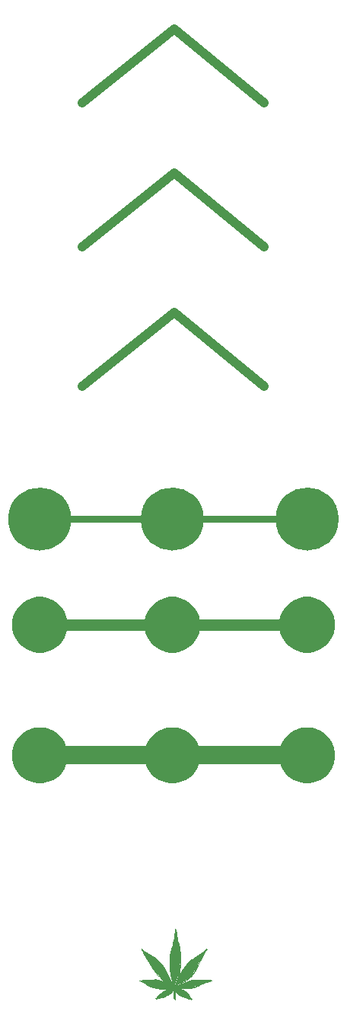
<source format=gbr>
G04 #@! TF.GenerationSoftware,KiCad,Pcbnew,(5.1.5-0)*
G04 #@! TF.CreationDate,2021-01-20T20:47:42-08:00*
G04 #@! TF.ProjectId,triad,74726961-642e-46b6-9963-61645f706362,rev?*
G04 #@! TF.SameCoordinates,Original*
G04 #@! TF.FileFunction,Soldermask,Top*
G04 #@! TF.FilePolarity,Negative*
%FSLAX46Y46*%
G04 Gerber Fmt 4.6, Leading zero omitted, Abs format (unit mm)*
G04 Created by KiCad (PCBNEW (5.1.5-0)) date 2021-01-20 20:47:42*
%MOMM*%
%LPD*%
G04 APERTURE LIST*
%ADD10C,1.000000*%
%ADD11C,0.750000*%
%ADD12C,1.250000*%
%ADD13C,2.000000*%
%ADD14C,0.100000*%
%ADD15C,0.000002*%
%ADD16C,0.001000*%
G04 APERTURE END LIST*
D10*
X20000000Y-48500000D02*
X30000000Y-56750000D01*
X9750000Y-56750000D02*
X20000000Y-48500000D01*
X20000000Y-33000000D02*
X30000000Y-41250000D01*
X9750000Y-41250000D02*
X20000000Y-33000000D01*
X20000000Y-17000000D02*
X30000000Y-25250000D01*
X9750000Y-25250000D02*
X20000000Y-17000000D01*
X22750000Y-71500000D02*
G75*
G03X22750000Y-71500000I-3000000J0D01*
G01*
X8000000Y-71500000D02*
G75*
G03X8000000Y-71500000I-3000000J0D01*
G01*
X37750000Y-71500000D02*
G75*
G03X37750000Y-71500000I-3000000J0D01*
G01*
D11*
X35000000Y-71500000D02*
X5000000Y-71500000D01*
D12*
X34750000Y-83250000D02*
X4750000Y-83250000D01*
D13*
X35000000Y-97750000D02*
X5000000Y-97750000D01*
D14*
G36*
X20660400Y-123747650D02*
G01*
X21212850Y-124027050D01*
X21539875Y-124354075D01*
X21674813Y-124584263D01*
X21906588Y-124854138D01*
X21600200Y-124770000D01*
X21346200Y-124693800D01*
X21168400Y-124630300D01*
X20793750Y-124496950D01*
X20434975Y-124303275D01*
X20174625Y-124017525D01*
X20050800Y-123855600D01*
X20114300Y-123893700D01*
X20088900Y-123830200D01*
X20152400Y-123658750D01*
X20660400Y-123747650D01*
G37*
X20660400Y-123747650D02*
X21212850Y-124027050D01*
X21539875Y-124354075D01*
X21674813Y-124584263D01*
X21906588Y-124854138D01*
X21600200Y-124770000D01*
X21346200Y-124693800D01*
X21168400Y-124630300D01*
X20793750Y-124496950D01*
X20434975Y-124303275D01*
X20174625Y-124017525D01*
X20050800Y-123855600D01*
X20114300Y-123893700D01*
X20088900Y-123830200D01*
X20152400Y-123658750D01*
X20660400Y-123747650D01*
G36*
X19866650Y-123766700D02*
G01*
X19498350Y-124198500D01*
X19060200Y-124471550D01*
X18679200Y-124611250D01*
X17929900Y-124776350D01*
X18412500Y-124249300D01*
X18806200Y-123982600D01*
X19174500Y-123779400D01*
X19644400Y-123703200D01*
X19669800Y-123703200D01*
X19866650Y-123766700D01*
G37*
X19866650Y-123766700D02*
X19498350Y-124198500D01*
X19060200Y-124471550D01*
X18679200Y-124611250D01*
X17929900Y-124776350D01*
X18412500Y-124249300D01*
X18806200Y-123982600D01*
X19174500Y-123779400D01*
X19644400Y-123703200D01*
X19669800Y-123703200D01*
X19866650Y-123766700D01*
G36*
X23073400Y-122738000D02*
G01*
X23505200Y-122763400D01*
X24083207Y-122773943D01*
X23403600Y-122928500D01*
X22971800Y-123119000D01*
X22628900Y-123334900D01*
X22209800Y-123500000D01*
X21676400Y-123588900D01*
X21231900Y-123614300D01*
X20654050Y-123595250D01*
X20076200Y-123576200D01*
X20012700Y-123500000D01*
X20228600Y-123436500D01*
X20235585Y-123385700D01*
X20551815Y-123258700D01*
X21085850Y-123030100D01*
X21638300Y-122826900D01*
X22032000Y-122712600D01*
X22476500Y-122712600D01*
X23073400Y-122738000D01*
G37*
X23073400Y-122738000D02*
X23505200Y-122763400D01*
X24083207Y-122773943D01*
X23403600Y-122928500D01*
X22971800Y-123119000D01*
X22628900Y-123334900D01*
X22209800Y-123500000D01*
X21676400Y-123588900D01*
X21231900Y-123614300D01*
X20654050Y-123595250D01*
X20076200Y-123576200D01*
X20012700Y-123500000D01*
X20228600Y-123436500D01*
X20235585Y-123385700D01*
X20551815Y-123258700D01*
X21085850Y-123030100D01*
X21638300Y-122826900D01*
X22032000Y-122712600D01*
X22476500Y-122712600D01*
X23073400Y-122738000D01*
G36*
X23060700Y-120083700D02*
G01*
X22819400Y-120579000D01*
X22616200Y-121036200D01*
X22355850Y-121556900D01*
X22082800Y-121912500D01*
X21771650Y-122325250D01*
X21301750Y-122718950D01*
X20800100Y-123055500D01*
X19695200Y-123652400D01*
X19720600Y-123322200D01*
X20025400Y-123271400D01*
X20273050Y-122833250D01*
X20488950Y-122369700D01*
X20654050Y-122039500D01*
X20838200Y-121747400D01*
X21003300Y-121429900D01*
X21282700Y-121074300D01*
X21562100Y-120756800D01*
X21892300Y-120464700D01*
X22235200Y-120236100D01*
X22616200Y-119982100D01*
X23009900Y-119715400D01*
X23543300Y-119321700D01*
X23060700Y-120083700D01*
G37*
X23060700Y-120083700D02*
X22819400Y-120579000D01*
X22616200Y-121036200D01*
X22355850Y-121556900D01*
X22082800Y-121912500D01*
X21771650Y-122325250D01*
X21301750Y-122718950D01*
X20800100Y-123055500D01*
X19695200Y-123652400D01*
X19720600Y-123322200D01*
X20025400Y-123271400D01*
X20273050Y-122833250D01*
X20488950Y-122369700D01*
X20654050Y-122039500D01*
X20838200Y-121747400D01*
X21003300Y-121429900D01*
X21282700Y-121074300D01*
X21562100Y-120756800D01*
X21892300Y-120464700D01*
X22235200Y-120236100D01*
X22616200Y-119982100D01*
X23009900Y-119715400D01*
X23543300Y-119321700D01*
X23060700Y-120083700D01*
G36*
X20215900Y-117950100D02*
G01*
X20317500Y-118432700D01*
X20431800Y-118889900D01*
X20514350Y-119220100D01*
X20577850Y-119601100D01*
X20622300Y-120121800D01*
X20622300Y-120655200D01*
X20571500Y-121239400D01*
X20508000Y-121760100D01*
X20365125Y-122255400D01*
X20066675Y-123271400D01*
X19853950Y-123220600D01*
X19619000Y-122306200D01*
X19445962Y-121442600D01*
X19461837Y-120655200D01*
X19514225Y-119994800D01*
X19676150Y-119220100D01*
X19911100Y-118407300D01*
X20038100Y-117632600D01*
X20101600Y-117111900D01*
X20215900Y-117950100D01*
G37*
X20215900Y-117950100D02*
X20317500Y-118432700D01*
X20431800Y-118889900D01*
X20514350Y-119220100D01*
X20577850Y-119601100D01*
X20622300Y-120121800D01*
X20622300Y-120655200D01*
X20571500Y-121239400D01*
X20508000Y-121760100D01*
X20365125Y-122255400D01*
X20066675Y-123271400D01*
X19853950Y-123220600D01*
X19619000Y-122306200D01*
X19445962Y-121442600D01*
X19461837Y-120655200D01*
X19514225Y-119994800D01*
X19676150Y-119220100D01*
X19911100Y-118407300D01*
X20038100Y-117632600D01*
X20101600Y-117111900D01*
X20215900Y-117950100D01*
G36*
X16596400Y-119524900D02*
G01*
X16913900Y-119766200D01*
X17479050Y-120083700D01*
X18075950Y-120515500D01*
X18450600Y-120896500D01*
X18850650Y-121461650D01*
X19447550Y-122642750D01*
X19746000Y-123207900D01*
X19758700Y-123220600D01*
X19428500Y-123246000D01*
X19326900Y-123195200D01*
X18971300Y-122947550D01*
X18564900Y-122579250D01*
X18234700Y-122230000D01*
X17879100Y-121798200D01*
X17599700Y-121379100D01*
X17409200Y-121125100D01*
X17155200Y-120667900D01*
X16901200Y-120299600D01*
X16659900Y-119880500D01*
X16380500Y-119321700D01*
X16596400Y-119524900D01*
G37*
X16596400Y-119524900D02*
X16913900Y-119766200D01*
X17479050Y-120083700D01*
X18075950Y-120515500D01*
X18450600Y-120896500D01*
X18850650Y-121461650D01*
X19447550Y-122642750D01*
X19746000Y-123207900D01*
X19758700Y-123220600D01*
X19428500Y-123246000D01*
X19326900Y-123195200D01*
X18971300Y-122947550D01*
X18564900Y-122579250D01*
X18234700Y-122230000D01*
X17879100Y-121798200D01*
X17599700Y-121379100D01*
X17409200Y-121125100D01*
X17155200Y-120667900D01*
X16901200Y-120299600D01*
X16659900Y-119880500D01*
X16380500Y-119321700D01*
X16596400Y-119524900D01*
G36*
X18002925Y-122703075D02*
G01*
X18339475Y-122798325D01*
X18603000Y-122890400D01*
X19301500Y-123296800D01*
X19331980Y-123324740D01*
X19339600Y-123309500D01*
X19339600Y-123322200D01*
X19331980Y-123324740D01*
X19250700Y-123487300D01*
X19644400Y-123627000D01*
X19434850Y-123652400D01*
X19041150Y-123677800D01*
X18564900Y-123677800D01*
X18120400Y-123614300D01*
X17637800Y-123500000D01*
X17244100Y-123385700D01*
X16837700Y-123157100D01*
X16520200Y-122928500D01*
X16113800Y-122801500D01*
X16761500Y-122750700D01*
X17294900Y-122712600D01*
X17758450Y-122706250D01*
X18002925Y-122703075D01*
G37*
X18002925Y-122703075D02*
X18339475Y-122798325D01*
X18603000Y-122890400D01*
X19301500Y-123296800D01*
X19331980Y-123324740D01*
X19339600Y-123309500D01*
X19339600Y-123322200D01*
X19331980Y-123324740D01*
X19250700Y-123487300D01*
X19644400Y-123627000D01*
X19434850Y-123652400D01*
X19041150Y-123677800D01*
X18564900Y-123677800D01*
X18120400Y-123614300D01*
X17637800Y-123500000D01*
X17244100Y-123385700D01*
X16837700Y-123157100D01*
X16520200Y-122928500D01*
X16113800Y-122801500D01*
X16761500Y-122750700D01*
X17294900Y-122712600D01*
X17758450Y-122706250D01*
X18002925Y-122703075D01*
G36*
X20000000Y-123284100D02*
G01*
X19788862Y-123477775D01*
X20007937Y-123573025D01*
X20758825Y-124115950D01*
X20577850Y-124211200D01*
X20000000Y-123754000D01*
X20012700Y-124846200D01*
X19898400Y-124706500D01*
X19892050Y-123817500D01*
X19936500Y-123817500D01*
X19555500Y-123601600D01*
X19269750Y-123449200D01*
X19434850Y-123169800D01*
X20000000Y-123284100D01*
G37*
X20000000Y-123284100D02*
X19788862Y-123477775D01*
X20007937Y-123573025D01*
X20758825Y-124115950D01*
X20577850Y-124211200D01*
X20000000Y-123754000D01*
X20012700Y-124846200D01*
X19898400Y-124706500D01*
X19892050Y-123817500D01*
X19936500Y-123817500D01*
X19555500Y-123601600D01*
X19269750Y-123449200D01*
X19434850Y-123169800D01*
X20000000Y-123284100D01*
D15*
X19479586Y-121596968D02*
X19486414Y-121663404D01*
X16060628Y-122785206D02*
G75*
G02X16062745Y-122780474I8833J-1112D01*
G01*
X16062745Y-122780475D02*
G75*
G02X16067170Y-122777659I6961J-6056D01*
G01*
X16067171Y-122777659D02*
G75*
G02X16076272Y-122775641I21302J-74534D01*
G01*
X16119176Y-122769928D02*
X16076272Y-122775641D01*
X16175382Y-122764579D02*
X16119176Y-122769928D01*
X16249523Y-122759059D02*
X16175382Y-122764579D01*
X16350810Y-122752773D02*
X16249523Y-122759059D01*
X16464250Y-122745535D02*
X16350810Y-122752773D01*
X16555159Y-122738329D02*
X16464250Y-122745535D01*
X16635946Y-122730142D02*
X16555159Y-122738329D01*
X16717522Y-122719967D02*
X16635946Y-122730142D01*
X16795588Y-122710763D02*
X16717522Y-122719967D01*
X16894548Y-122701810D02*
X16795588Y-122710763D01*
X17002731Y-122693949D02*
X16894548Y-122701810D01*
X17110022Y-122688039D02*
X17002731Y-122693949D01*
X17158893Y-122685783D02*
X17110022Y-122688039D01*
X17228084Y-122682592D02*
X17158893Y-122685783D01*
X17303746Y-122679104D02*
X17228084Y-122682592D01*
X17375022Y-122675821D02*
X17303746Y-122679104D01*
X17542892Y-122668843D02*
X17375022Y-122675821D01*
X17717753Y-122663052D02*
X17542892Y-122668843D01*
X17891324Y-122658069D02*
X17717753Y-122663052D01*
X17891324Y-122658069D02*
G75*
G02X17900393Y-122660507I462J-16364D01*
G01*
X17903889Y-122661762D02*
G75*
G02X17900393Y-122660507I1209J8867D01*
G01*
X17919388Y-122663775D02*
X17903889Y-122661762D01*
X17937771Y-122665819D02*
X17919388Y-122663775D01*
X17958715Y-122667713D02*
X17937771Y-122665819D01*
X19470054Y-121487481D02*
X19472649Y-121517124D01*
X20612378Y-123647086D02*
X20657522Y-123650622D01*
X20563537Y-123643388D02*
X20612378Y-123647086D01*
X20518194Y-123640058D02*
X20563537Y-123643388D01*
X20485022Y-123637755D02*
X20518194Y-123640058D01*
X20453615Y-123635486D02*
X20485022Y-123637755D01*
X20414584Y-123632326D02*
X20453615Y-123635486D01*
X20374606Y-123628849D02*
X20414584Y-123632326D01*
X20340022Y-123625579D02*
X20374606Y-123628849D01*
X20278512Y-123620402D02*
X20340022Y-123625579D01*
X20226901Y-123618134D02*
X20278512Y-123620402D01*
X18831364Y-121380665D02*
X18702584Y-121173051D01*
X18960123Y-121610277D02*
X18831364Y-121380665D01*
X20263811Y-123644985D02*
X20225611Y-123637712D01*
X20301820Y-123651668D02*
X20263811Y-123644985D01*
X20327522Y-123655429D02*
X20301820Y-123651668D01*
X20327522Y-123655429D02*
G75*
G02X20415850Y-123671576I-96572J-777952D01*
G01*
X20542223Y-123704860D02*
X20415850Y-123671576D01*
X20681550Y-123747366D02*
X20542223Y-123704860D01*
X20815022Y-123794009D02*
X20681550Y-123747366D01*
X20858649Y-123811046D02*
X20815022Y-123794009D01*
X20904637Y-123830487D02*
X20858649Y-123811046D01*
X20952079Y-123851930D02*
X20904637Y-123830487D01*
X21000085Y-123874987D02*
X20952079Y-123851930D01*
X21000085Y-123874988D02*
G75*
G02X21152408Y-123962179I-639105J-1293158D01*
G01*
X19600081Y-122347260D02*
X19602098Y-122357528D01*
X22620021Y-121015299D02*
G75*
G02X22619743Y-121016562I-3003J0D01*
G01*
X22611209Y-121034952D02*
X22619743Y-121016562D01*
X22601523Y-121055632D02*
X22611209Y-121034952D01*
X22590022Y-121079870D02*
X22601523Y-121055632D01*
X22578521Y-121104146D02*
X22590022Y-121079870D01*
X22568834Y-121124951D02*
X22578521Y-121104146D01*
X22560385Y-121143329D02*
X22568834Y-121124951D01*
X22560021Y-121144995D02*
G75*
G02X22560385Y-121143329I3995J0D01*
G01*
X22560021Y-121144995D02*
G75*
G02X22559292Y-121148297I-7840J0D01*
G01*
X22520677Y-121231421D02*
X22559292Y-121148297D01*
X22477758Y-121323339D02*
X22520677Y-121231421D01*
X22427442Y-121430277D02*
X22477758Y-121323339D01*
X22404537Y-121478174D02*
X22427442Y-121430277D01*
X22376801Y-121534980D02*
X22404537Y-121478174D01*
X22347730Y-121593998D02*
X22376801Y-121534980D01*
X22347731Y-121593997D02*
G75*
G02X22345022Y-121597777I-12801J6311D01*
G01*
X22343589Y-121599614D02*
G75*
G02X22345022Y-121597777I8150J-4881D01*
G01*
X22340177Y-121605418D02*
X22343588Y-121599615D01*
X22336238Y-121612435D02*
X22340177Y-121605418D01*
X22332041Y-121620277D02*
X22336238Y-121612435D01*
X22323008Y-121637116D02*
X22332041Y-121620277D01*
X22312309Y-121656309D02*
X22323008Y-121637116D01*
X22301117Y-121675799D02*
X22312309Y-121656309D01*
X22290563Y-121693576D02*
X22301117Y-121675799D01*
X22286359Y-121700601D02*
X22290563Y-121693576D01*
X22279895Y-121711546D02*
X22286359Y-121700601D01*
X22272630Y-121723921D02*
X22279895Y-121711546D01*
X22265538Y-121736076D02*
X22272630Y-121723921D01*
X22265539Y-121736076D02*
G75*
G02X22176513Y-121874537I-1594117J927112D01*
G01*
X22060765Y-122028716D02*
X22176513Y-121874537D01*
X21929379Y-122185115D02*
X22060765Y-122028716D01*
X21792561Y-122330767D02*
X21929379Y-122185115D01*
X21792561Y-122330767D02*
G75*
G02X21512462Y-122588051I-2992746J2977019D01*
G01*
X21202444Y-122826945D02*
X21512462Y-122588051D01*
X20846530Y-123058868D02*
X21202444Y-122826945D01*
X20427522Y-123295384D02*
X20846530Y-123058868D01*
X20407210Y-123306206D02*
X20427522Y-123295384D01*
X20383256Y-123319049D02*
X20407210Y-123306206D01*
X20359541Y-123331825D02*
X20383256Y-123319049D01*
X20340022Y-123342411D02*
X20359541Y-123331825D01*
X20322766Y-123351769D02*
X20340022Y-123342411D01*
X20306062Y-123360749D02*
X20322766Y-123351769D01*
X20291782Y-123368359D02*
X20306062Y-123360749D01*
X20284097Y-123372337D02*
X20291782Y-123368359D01*
X20267847Y-123382144D02*
G75*
G02X20284097Y-123372337I73169J-102870D01*
G01*
X20251467Y-123395234D02*
G75*
G02X20267847Y-123382145I125077J-139731D01*
G01*
X20238112Y-123408375D02*
G75*
G02X20251467Y-123395234I145858J-134885D01*
G01*
X20235021Y-123416267D02*
G75*
G02X20238111Y-123408375I11624J0D01*
G01*
X20235871Y-123419781D02*
G75*
G02X20235022Y-123416267I6849J3514D01*
G01*
X20238155Y-123421737D02*
G75*
G02X20235870Y-123419780I1247J3768D01*
G01*
X20242397Y-123422198D02*
G75*
G02X20238155Y-123421737I-1044J10127D01*
G01*
X20249641Y-123421103D02*
G75*
G02X20242398Y-123422199I-15184J75919D01*
G01*
X20268149Y-123415366D02*
G75*
G02X20249641Y-123421104I-36945J86448D01*
G01*
X20328992Y-123389023D02*
X20268149Y-123415366D01*
X20396972Y-123358528D02*
X20328992Y-123389023D01*
X20465022Y-123326643D02*
X20396972Y-123358528D01*
X20488044Y-123315656D02*
X20465022Y-123326643D01*
X20513850Y-123303400D02*
X20488044Y-123315656D01*
X20538478Y-123291750D02*
X20513850Y-123303400D01*
X20557522Y-123282798D02*
X20538478Y-123291750D01*
X20577497Y-123273393D02*
X20557522Y-123282798D01*
X20605600Y-123260054D02*
X20577497Y-123273393D01*
X20636247Y-123245444D02*
X20605600Y-123260054D01*
X20665022Y-123231661D02*
X20636247Y-123245444D01*
X20719936Y-123205361D02*
X20665022Y-123231661D01*
X20761702Y-123185535D02*
X20719936Y-123205361D01*
X20796707Y-123169148D02*
X20761702Y-123185535D01*
X20830022Y-123153816D02*
X20796707Y-123169148D01*
X20865354Y-123137574D02*
X20830022Y-123153816D01*
X20931774Y-123106749D02*
X20865354Y-123137574D01*
X20999694Y-123075132D02*
X20931774Y-123106749D01*
X21047522Y-123052733D02*
X20999694Y-123075132D01*
X21194502Y-122984657D02*
X21047522Y-123052733D01*
X21345333Y-122916903D02*
X21194502Y-122984657D01*
X21483653Y-122856658D02*
X21345333Y-122916903D01*
X21590022Y-122812680D02*
X21483653Y-122856658D01*
X21643337Y-122791611D02*
X21590022Y-122812680D01*
X21678135Y-122778359D02*
X21643337Y-122791611D01*
X21707932Y-122767769D02*
X21678135Y-122778359D01*
X21742522Y-122756289D02*
X21707932Y-122767769D01*
X21801620Y-122738467D02*
X21742522Y-122756289D01*
X21863071Y-122722384D02*
X21801620Y-122738467D01*
X21924574Y-122708597D02*
X21863071Y-122722384D01*
X21983822Y-122697669D02*
X21924574Y-122708597D01*
X22025789Y-122691782D02*
X21983822Y-122697669D01*
X22061324Y-122688975D02*
X22025789Y-122691782D01*
X22105896Y-122688261D02*
X22061324Y-122688975D01*
X22186322Y-122689370D02*
X22105896Y-122688261D01*
X22243234Y-122690735D02*
X22186322Y-122689370D01*
X22301607Y-122692737D02*
X22243234Y-122690735D01*
X22353546Y-122695032D02*
X22301607Y-122692737D01*
X22387522Y-122697267D02*
X22353546Y-122695032D01*
X22418287Y-122699702D02*
X22387522Y-122697267D01*
X22457662Y-122702627D02*
X22418287Y-122699702D01*
X22498691Y-122705545D02*
X22457662Y-122702627D01*
X22535022Y-122707990D02*
X22498691Y-122705545D01*
X22572057Y-122710418D02*
X22535022Y-122707990D01*
X22615318Y-122713293D02*
X22572057Y-122710418D01*
X22657867Y-122716150D02*
X22615318Y-122713293D01*
X22692522Y-122718510D02*
X22657867Y-122716150D01*
X22745145Y-122720680D02*
X22692522Y-122718510D01*
X22937897Y-122723130D02*
X22745145Y-122720680D01*
X23166132Y-122725346D02*
X22937897Y-122723130D01*
X23422522Y-122726997D02*
X23166132Y-122725346D01*
X23760194Y-122728974D02*
X23422522Y-122726997D01*
X23946598Y-122730953D02*
X23760194Y-122728974D01*
X24075267Y-122733028D02*
X23946598Y-122730953D01*
X24075267Y-122733028D02*
G75*
G02X24088772Y-122736729I-500J-28318D01*
G01*
X24088772Y-122736728D02*
G75*
G02X24097766Y-122745160I-13045J-22929D01*
G01*
X24097766Y-122745160D02*
G75*
G02X24100023Y-122755412I-12281J-8079D01*
G01*
X24100023Y-122755413D02*
G75*
G02X24094871Y-122765674I-18220J2725D01*
G01*
X24094870Y-122765673D02*
G75*
G02X24083207Y-122773943I-29662J29474D01*
G01*
X24083208Y-122773944D02*
G75*
G02X24065174Y-122781131I-63623J133418D01*
G01*
X24000776Y-122801805D02*
X24065174Y-122781131D01*
X23938093Y-122821392D02*
X24000776Y-122801805D01*
X23902522Y-122831377D02*
X23938093Y-122821392D01*
X23773171Y-122868169D02*
X23902522Y-122831377D01*
X23598786Y-122925203D02*
X23773171Y-122868169D01*
X23419767Y-122988251D02*
X23598786Y-122925203D01*
X23272522Y-123045274D02*
X23419767Y-122988251D01*
X23149199Y-123098078D02*
X23272522Y-123045274D01*
X23003927Y-123164591D02*
X23149199Y-123098078D01*
X22862600Y-123232490D02*
X23003927Y-123164591D01*
X22752522Y-123289199D02*
X22862600Y-123232490D01*
X22618504Y-123360433D02*
X22752522Y-123289199D01*
X22533440Y-123402696D02*
X22618504Y-123360433D01*
X22458987Y-123435131D02*
X22533440Y-123402696D01*
X22367522Y-123470178D02*
X22458987Y-123435131D01*
X22292423Y-123497307D02*
X22367522Y-123470178D01*
X22252851Y-123510723D02*
X22292423Y-123497307D01*
X22213400Y-123522598D02*
X22252851Y-123510723D01*
X22140022Y-123543034D02*
X22213400Y-123522598D01*
X22020804Y-123572545D02*
X22140022Y-123543034D01*
X21883620Y-123600279D02*
X22020804Y-123572545D01*
X21745884Y-123623156D02*
X21883620Y-123600279D01*
X21625022Y-123637838D02*
X21745884Y-123623156D01*
X21601013Y-123640138D02*
X21625022Y-123637838D01*
X21566506Y-123643487D02*
X21601013Y-123640138D01*
X21528547Y-123647195D02*
X21566506Y-123643487D01*
X21492522Y-123650739D02*
X21528547Y-123647195D01*
X21358935Y-123658145D02*
X21492522Y-123650739D01*
X21086190Y-123659806D02*
X21358935Y-123658145D01*
X20813070Y-123657895D02*
X21086190Y-123659806D01*
X20657522Y-123650622D02*
X20813070Y-123657895D01*
X20184700Y-123617876D02*
X20226901Y-123618134D01*
X20180021Y-123622584D02*
G75*
G02X20184700Y-123617876I4709J-1D01*
G01*
X20181145Y-123624719D02*
G75*
G02X20180022Y-123622585I1466J2134D01*
G01*
X20185529Y-123627293D02*
G75*
G02X20181144Y-123624719I15819J31971D01*
G01*
X19110636Y-121888155D02*
X19094341Y-121858062D01*
X19121221Y-121907777D02*
X19110636Y-121888155D01*
X20511249Y-122283226D02*
X20464982Y-122380277D01*
X20596807Y-122112328D02*
X20511249Y-122283226D01*
X20683548Y-121941636D02*
X20596807Y-122112328D01*
X20724269Y-121866527D02*
X20683548Y-121941636D01*
X20738678Y-121841366D02*
X20724269Y-121866527D01*
X20749929Y-121821636D02*
X20738678Y-121841366D01*
X20759609Y-121804555D02*
X20749929Y-121821636D01*
X20769048Y-121787777D02*
X20759609Y-121804555D01*
X20775983Y-121775624D02*
X20769048Y-121787777D01*
X20787590Y-121755731D02*
X20775983Y-121775624D01*
X20800976Y-121732985D02*
X20787590Y-121755731D01*
X20814458Y-121710277D02*
X20800976Y-121732985D01*
X20827575Y-121688268D02*
X20814458Y-121710277D01*
X20839864Y-121667624D02*
X20827575Y-121688268D01*
X20850197Y-121650243D02*
X20839864Y-121667624D01*
X20854889Y-121642307D02*
X20850197Y-121650243D01*
X20899259Y-121570233D02*
X20854889Y-121642307D01*
X20962393Y-121473837D02*
X20899259Y-121570233D01*
X21029939Y-121374271D02*
X20962393Y-121473837D01*
X21089543Y-121290277D02*
X21029939Y-121374271D01*
X21146819Y-121213641D02*
X21089543Y-121290277D01*
X21217177Y-121123061D02*
X21146819Y-121213641D01*
X21284639Y-121038542D02*
X21217177Y-121123061D01*
X21327847Y-120987777D02*
X21284639Y-121038542D01*
X22635064Y-120981889D02*
X22644416Y-120961958D01*
X22627187Y-120998945D02*
X22635064Y-120981889D01*
X22620294Y-121014044D02*
X22627187Y-120998945D01*
X22620022Y-121015299D02*
G75*
G02X22620294Y-121014044I3026J0D01*
G01*
X19075985Y-121824222D02*
X19058037Y-121791194D01*
X19094341Y-121858062D02*
X19075985Y-121824222D01*
X21912904Y-124882618D02*
G75*
G02X21912962Y-124890934I-10582J-4233D01*
G01*
X21912961Y-124890934D02*
G75*
G02X21910571Y-124893771I-5287J2029D01*
G01*
X21910571Y-124893771D02*
G75*
G02X21905675Y-124895933I-11328J19028D01*
G01*
X21905675Y-124895934D02*
G75*
G02X21898837Y-124897326I-10822J35655D01*
G01*
X21898838Y-124897325D02*
G75*
G02X21890414Y-124897777I-8424J78322D01*
G01*
X20393609Y-122541378D02*
X20385721Y-122560277D01*
X20420843Y-122479384D02*
X20393609Y-122541378D01*
X20447720Y-122418594D02*
X20420843Y-122479384D01*
X20464982Y-122380277D02*
X20447720Y-122418594D01*
X21890414Y-124897778D02*
G75*
G02X21875921Y-124896825I0J110737D01*
G01*
X21875921Y-124896825D02*
G75*
G02X21863016Y-124893965I9971J75534D01*
G01*
X21863016Y-124893965D02*
G75*
G02X21846281Y-124887761I53575J170197D01*
G01*
X21815022Y-124874046D02*
X21846281Y-124887761D01*
X21751838Y-124847762D02*
X21815022Y-124874046D01*
X21685736Y-124824319D02*
X21751838Y-124847762D01*
X21614120Y-124802862D02*
X21685736Y-124824319D01*
X21534294Y-124782548D02*
X21614120Y-124802862D01*
X21397606Y-124749292D02*
X21534294Y-124782548D01*
X19130128Y-121924323D02*
X19121221Y-121907777D01*
X19140235Y-121943074D02*
X19130128Y-121924323D01*
X20253305Y-122886243D02*
X20244490Y-122906661D01*
X20263179Y-122862378D02*
X20253305Y-122886243D01*
X20274497Y-122834151D02*
X20263179Y-122862378D01*
X20287768Y-122800277D02*
X20274497Y-122834151D01*
X20293655Y-122785324D02*
X20287768Y-122800277D01*
X20300109Y-122769333D02*
X20293655Y-122785324D01*
X20306173Y-122754627D02*
X20300109Y-122769333D01*
X21152408Y-123962178D02*
G75*
G02X21290509Y-124065987I-743206J-1132487D01*
G01*
X21290509Y-124065987D02*
G75*
G02X21408604Y-124181641I-808447J-943632D01*
G01*
X21408604Y-124181641D02*
G75*
G02X21501099Y-124304225I-691614J-618042D01*
G01*
X21593113Y-124447827D02*
X21501099Y-124304225D01*
X21658325Y-124544131D02*
X21593113Y-124447827D01*
X21719278Y-124626381D02*
X21658325Y-124544131D01*
X21794380Y-124720045D02*
X21719278Y-124626381D01*
X21837947Y-124772822D02*
X21794380Y-124720045D01*
X21851771Y-124789809D02*
X21837947Y-124772822D01*
X21862079Y-124803035D02*
X21851771Y-124789809D01*
X19634498Y-119270277D02*
X19620636Y-119320269D01*
X20310691Y-122744082D02*
X20306173Y-122754627D01*
X20314264Y-122735606D02*
X20310691Y-122744082D01*
X20317281Y-122727667D02*
X20314264Y-122735606D01*
X20319553Y-122720959D02*
X20317281Y-122727667D01*
X20320021Y-122717966D02*
G75*
G02X20319553Y-122720959I-9805J0D01*
G01*
X20320021Y-122717965D02*
G75*
G02X20320501Y-122714968I9600J-1D01*
G01*
X20322848Y-122708209D02*
X20320501Y-122714968D01*
X20325958Y-122700210D02*
X20322848Y-122708209D01*
X20329642Y-122691661D02*
X20325958Y-122700210D01*
X20343866Y-122659784D02*
X20329642Y-122691661D01*
X20352969Y-122638632D02*
X20343866Y-122659784D01*
X20359166Y-122623491D02*
X20352969Y-122638632D01*
X20360007Y-122619082D02*
G75*
G02X20359166Y-122623491I-11749J-43D01*
G01*
X20360007Y-122619082D02*
G75*
G02X20360459Y-122616632I6738J25D01*
G01*
X20363194Y-122609786D02*
X20360459Y-122616632D01*
X20366707Y-122601673D02*
X20363194Y-122609786D01*
X20370874Y-122592777D02*
X20366707Y-122601673D01*
X20375330Y-122583430D02*
X20370874Y-122592777D01*
X20379723Y-122573949D02*
X20375330Y-122583430D01*
X20383495Y-122565577D02*
X20379723Y-122573949D01*
X20385721Y-122560277D02*
X20383495Y-122565577D01*
X21877281Y-124823316D02*
X21862079Y-124803035D01*
X21893683Y-124846689D02*
X21877281Y-124823316D01*
X21893683Y-124846690D02*
G75*
G02X21905528Y-124866666I-194982J-129113D01*
G01*
X21905528Y-124866666D02*
G75*
G02X21912903Y-124882618I-148143J-78170D01*
G01*
X21337272Y-120977192D02*
X21327847Y-120987777D01*
X21357031Y-120954856D02*
X21337272Y-120977192D01*
X21380430Y-120928361D02*
X21357031Y-120954856D01*
X21405193Y-120900277D02*
X21380430Y-120928361D01*
X21513704Y-120783304D02*
X21405193Y-120900277D01*
X21646053Y-120652079D02*
X21513704Y-120783304D01*
X21777297Y-120530085D02*
X21646053Y-120652079D01*
X21880250Y-120444220D02*
X21777297Y-120530085D01*
X21967428Y-120378727D02*
X21880250Y-120444220D01*
X22046415Y-120323278D02*
X21967428Y-120378727D01*
X22148457Y-120256351D02*
X22046415Y-120323278D01*
X22327522Y-120142769D02*
X22148457Y-120256351D01*
X22389629Y-120103344D02*
X22327522Y-120142769D01*
X22456365Y-120060469D02*
X22389629Y-120103344D01*
X22517965Y-120020471D02*
X22456365Y-120060469D01*
X22562522Y-119990991D02*
X22517965Y-120020471D01*
X22697222Y-119899298D02*
X22562522Y-119990991D01*
X22820866Y-119812251D02*
X22697222Y-119899298D01*
X22968690Y-119704774D02*
X22820866Y-119812251D01*
X23190022Y-119540957D02*
X22968690Y-119704774D01*
X23233928Y-119508350D02*
X23190022Y-119540957D01*
X23276959Y-119476446D02*
X23233928Y-119508350D01*
X23314011Y-119449020D02*
X23276959Y-119476446D01*
X23335022Y-119433543D02*
X23314011Y-119449020D01*
X23351209Y-119421646D02*
X23335022Y-119433543D01*
X23368850Y-119408643D02*
X23351209Y-119421646D01*
X23385320Y-119396471D02*
X23368850Y-119408643D01*
X23397522Y-119387414D02*
X23385320Y-119396471D01*
X23437477Y-119359270D02*
X23397522Y-119387414D01*
X23492952Y-119323208D02*
X23437477Y-119359270D01*
X23549438Y-119287759D02*
X23492952Y-119323208D01*
X23549438Y-119287760D02*
G75*
G02X23564761Y-119281269I28471J-45884D01*
G01*
X23564761Y-119281268D02*
G75*
G02X23577504Y-119279947I10974J-43717D01*
G01*
X23577504Y-119279947D02*
G75*
G02X23584070Y-119284069I-305J-7776D01*
G01*
X23584070Y-119284070D02*
G75*
G02X23584527Y-119292656I-8997J-4784D01*
G01*
X23584527Y-119292655D02*
G75*
G02X23577667Y-119305539I-63438J25510D01*
G01*
X23565329Y-119322507D02*
X23577667Y-119305539D01*
X23545976Y-119346851D02*
X23565329Y-119322507D01*
X23526429Y-119370518D02*
X23545976Y-119346851D01*
X23526429Y-119370517D02*
G75*
G02X23516963Y-119380277I-72727J61071D01*
G01*
X23499895Y-119398072D02*
G75*
G02X23516963Y-119380277I123500J-101373D01*
G01*
X23445948Y-119464257D02*
X23499895Y-119398072D01*
X23391922Y-119531904D02*
X23445948Y-119464257D01*
X23351038Y-119585277D02*
X23391922Y-119531904D01*
X23274034Y-119693698D02*
X23351038Y-119585277D01*
X23213980Y-119789678D02*
X23274034Y-119693698D01*
X23148409Y-119910452D02*
X23213980Y-119789678D01*
X23045463Y-120115277D02*
X23148409Y-119910452D01*
X23012314Y-120182396D02*
X23045463Y-120115277D01*
X22982337Y-120243418D02*
X23012314Y-120182396D01*
X22957300Y-120294652D02*
X22982337Y-120243418D01*
X22948740Y-120312777D02*
X22957300Y-120294652D01*
X22933870Y-120344997D02*
X22948740Y-120312777D01*
X22898656Y-120420485D02*
X22933870Y-120344997D01*
X22863434Y-120495815D02*
X22898656Y-120420485D01*
X22842505Y-120540277D02*
X22863434Y-120495815D01*
X22836270Y-120553483D02*
X22842505Y-120540277D01*
X22826572Y-120574090D02*
X22836270Y-120553483D01*
X22815623Y-120597387D02*
X22826572Y-120574090D01*
X22804881Y-120620277D02*
X22815623Y-120597387D01*
X22752656Y-120731614D02*
X22804881Y-120620277D01*
X22705466Y-120832138D02*
X22752656Y-120731614D01*
X22666565Y-120914935D02*
X22705466Y-120832138D01*
X22644416Y-120961958D02*
X22666565Y-120914935D01*
X19456089Y-120270173D02*
X19450432Y-120347777D01*
X19491414Y-119934273D02*
X19489359Y-119951746D01*
X19499812Y-121775277D02*
X19502112Y-121791881D01*
X17220022Y-123404199D02*
X17285345Y-123431444D01*
X17172193Y-123382386D02*
X17220022Y-123404199D01*
X17096008Y-123345116D02*
X17172193Y-123382386D01*
X17013874Y-123304229D02*
X17096008Y-123345116D01*
X17958715Y-122667712D02*
G75*
G02X18037077Y-122677867I-68767J-838110D01*
G01*
X18134167Y-122697547D02*
X18037077Y-122677867D01*
X18238541Y-122723880D02*
X18134167Y-122697547D01*
X18340022Y-122754629D02*
X18238541Y-122723880D01*
X18411345Y-122778648D02*
X18340022Y-122754629D01*
X18462918Y-122797344D02*
X18411345Y-122778648D01*
X18514767Y-122818060D02*
X18462918Y-122797344D01*
X18587522Y-122848978D02*
X18514767Y-122818060D01*
X18636095Y-122871297D02*
X18587522Y-122848978D01*
X18722054Y-122913707D02*
X18636095Y-122871297D01*
X18807800Y-122957003D02*
X18722054Y-122913707D01*
X18857522Y-122983724D02*
X18807800Y-122957003D01*
X18874485Y-122993290D02*
X18857522Y-122983724D01*
X18892381Y-123003359D02*
X18874485Y-122993290D01*
X18908665Y-123012503D02*
X18892381Y-123003359D01*
X18920022Y-123018855D02*
X18908665Y-123012503D01*
X18967579Y-123046350D02*
X18920022Y-123018855D01*
X19029264Y-123083880D02*
X18967579Y-123046350D01*
X19094127Y-123124579D02*
X19029264Y-123083880D01*
X19152522Y-123162529D02*
X19094127Y-123124579D01*
X19269621Y-123239782D02*
X19152522Y-123162529D01*
X19284217Y-123242895D02*
G75*
G02X19269621Y-123239782I-3296J20324D01*
G01*
X19285880Y-123236626D02*
G75*
G02X19284217Y-123242894I-2231J-2763D01*
G01*
X19186635Y-123156997D02*
X19285879Y-123236626D01*
X19076355Y-123068615D02*
X19186635Y-123156997D01*
X18955655Y-122971064D02*
X19076355Y-123068615D01*
X18846190Y-122882022D02*
X18955655Y-122971064D01*
X18797522Y-122841366D02*
X18846190Y-122882022D01*
X18560218Y-122628564D02*
X18797522Y-122841366D01*
X18331976Y-122403889D02*
X18560218Y-122628564D01*
X18126302Y-122181368D02*
X18331976Y-122403889D01*
X17957522Y-121975413D02*
X18126302Y-122181368D01*
X17947035Y-121961730D02*
X17957522Y-121975413D01*
X17930933Y-121940881D02*
X17947035Y-121961730D01*
X17912804Y-121917489D02*
X17930933Y-121940881D01*
X17895094Y-121894720D02*
X17912804Y-121917489D01*
X17850771Y-121836679D02*
X17895094Y-121894720D01*
X17798022Y-121765362D02*
X17850771Y-121836679D01*
X17743294Y-121689659D02*
X17798022Y-121765362D01*
X17692611Y-121617777D02*
X17743294Y-121689659D01*
X17615794Y-121505183D02*
X17692611Y-121617777D01*
X17503314Y-121336047D02*
X17615794Y-121505183D01*
X17392960Y-121168079D02*
X17503314Y-121336047D01*
X17327810Y-121065811D02*
X17392960Y-121168079D01*
X17312852Y-121041839D02*
X17327810Y-121065811D01*
X17293501Y-121011028D02*
X17312852Y-121041839D01*
X17273210Y-120978853D02*
X17293501Y-121011028D01*
X17255098Y-120950277D02*
X17273210Y-120978853D01*
X17232466Y-120914465D02*
X17255098Y-120950277D01*
X17194344Y-120853699D02*
X17232466Y-120914465D01*
X17150478Y-120783586D02*
X17194344Y-120853699D01*
X17106299Y-120712777D02*
X17150478Y-120783586D01*
X17063762Y-120644522D02*
X17106299Y-120712777D01*
X17024866Y-120582137D02*
X17063762Y-120644522D01*
X16992249Y-120529846D02*
X17024866Y-120582137D01*
X16980010Y-120510277D02*
X16992249Y-120529846D01*
X16937630Y-120441590D02*
X16980010Y-120510277D01*
X16867790Y-120326106D02*
X16937630Y-120441590D01*
X16797729Y-120209490D02*
X16867790Y-120326106D01*
X16772165Y-120165277D02*
X16797729Y-120209490D01*
X16769328Y-120160248D02*
X16772165Y-120165277D01*
X16765217Y-120153074D02*
X16769328Y-120160248D01*
X16760674Y-120145211D02*
X16765217Y-120153074D01*
X16756342Y-120137777D02*
X16760674Y-120145211D01*
X16727044Y-120087083D02*
X16756342Y-120137777D01*
X16668968Y-119985057D02*
X16727044Y-120087083D01*
X16610346Y-119881702D02*
X16668968Y-119985057D01*
X16588754Y-119842777D02*
X16610346Y-119881702D01*
X16579351Y-119825536D02*
X16588754Y-119842777D01*
X16567835Y-119804543D02*
X16579351Y-119825536D01*
X16556140Y-119783314D02*
X16567835Y-119804543D01*
X16546150Y-119765277D02*
X16556140Y-119783314D01*
X16517394Y-119710797D02*
X16546150Y-119765277D01*
X16462647Y-119600518D02*
X16517394Y-119710797D01*
X16402078Y-119477345D02*
X16462647Y-119600518D01*
X16402079Y-119477345D02*
G75*
G02X16400022Y-119468491I18028J8854D01*
G01*
X16399530Y-119465636D02*
G75*
G02X16400022Y-119468491I-8045J-2855D01*
G01*
X16397209Y-119459477D02*
X16399530Y-119465636D01*
X16394113Y-119452210D02*
X16397209Y-119459477D01*
X16390446Y-119444500D02*
X16394113Y-119452210D01*
X16390446Y-119444500D02*
G75*
G02X16375567Y-119410779I353949J176315D01*
G01*
X16362376Y-119372674D02*
X16375567Y-119410779D01*
X16352797Y-119337022D02*
X16362376Y-119372674D01*
X16352798Y-119337021D02*
G75*
G02X16350022Y-119312709I105091J24312D01*
G01*
X16350022Y-119312709D02*
G75*
G02X16352313Y-119301889I26694J0D01*
G01*
X16352313Y-119301889D02*
G75*
G02X16358734Y-119293767I19006J-8428D01*
G01*
X16358734Y-119293767D02*
G75*
G02X16368045Y-119289963I11741J-15439D01*
G01*
X16368045Y-119289963D02*
G75*
G02X16378409Y-119291121I2783J-22042D01*
G01*
X19299378Y-123249505D02*
G75*
G02X19307816Y-123255118I-42084J-72409D01*
G01*
X19293690Y-123248010D02*
G75*
G02X19299378Y-123249505I137J-11046D01*
G01*
X19292163Y-123250169D02*
G75*
G02X19293690Y-123248010I1547J525D01*
G01*
X19295021Y-123255277D02*
G75*
G02X19292163Y-123250169I12406J10295D01*
G01*
X19298004Y-123258135D02*
G75*
G02X19295022Y-123255277I10995J14458D01*
G01*
X19301808Y-123260528D02*
G75*
G02X19298004Y-123258136I11528J22553D01*
G01*
X19305813Y-123262133D02*
G75*
G02X19301808Y-123260528I6762J22671D01*
G01*
X19309384Y-123262619D02*
G75*
G02X19305813Y-123262133I-229J11691D01*
G01*
X19313439Y-123262263D02*
G75*
G02X19309384Y-123262618I-4642J29680D01*
G01*
X19314221Y-123261131D02*
G75*
G02X19313438Y-123262263I-929J-194D01*
G01*
X19313100Y-123259282D02*
G75*
G02X19314221Y-123261131I-2062J-2515D01*
G01*
X19307816Y-123255118D02*
X19313100Y-123259282D01*
X20082574Y-117069496D02*
G75*
G02X20091771Y-117060571I24520J-16067D01*
G01*
X20091771Y-117060571D02*
G75*
G02X20102879Y-117057745I10107J-16484D01*
G01*
X20102879Y-117057745D02*
G75*
G02X20113607Y-117061707I-996J-19203D01*
G01*
X20113606Y-117061707D02*
G75*
G02X20121759Y-117071527I-17650J-22947D01*
G01*
X20121760Y-117071527D02*
G75*
G02X20133695Y-117104885I-124673J-63421D01*
G01*
X20149153Y-117180779D02*
X20133695Y-117104885D01*
X20166249Y-117280893D02*
X20149153Y-117180779D01*
X20184771Y-117407777D02*
X20166249Y-117280893D01*
X20189195Y-117439649D02*
X20184771Y-117407777D01*
X20193664Y-117471324D02*
X20189195Y-117439649D01*
X20197609Y-117498853D02*
X20193664Y-117471324D01*
X20200058Y-117515277D02*
X20197609Y-117498853D01*
X20202198Y-117529274D02*
X20200058Y-117515277D01*
X20204846Y-117546746D02*
X20202198Y-117529274D01*
X20207550Y-117564693D02*
X20204846Y-117546746D01*
X20209879Y-117580277D02*
X20207550Y-117564693D01*
X20250474Y-117845675D02*
X20209879Y-117580277D01*
X20282146Y-118033530D02*
X20250474Y-117845675D01*
X20312899Y-118191341D02*
X20282146Y-118033530D01*
X20349454Y-118355379D02*
X20312899Y-118191341D01*
X20374492Y-118458731D02*
X20349454Y-118355379D01*
X20406786Y-118586990D02*
X20374492Y-118458731D01*
X20438947Y-118712230D02*
X20406786Y-118586990D01*
X20449546Y-118747777D02*
X20438947Y-118712230D01*
X20451577Y-118754390D02*
X20449546Y-118747777D01*
X20454324Y-118764684D02*
X20451577Y-118754390D01*
X20457226Y-118776332D02*
X20454324Y-118764684D01*
X20459866Y-118787777D02*
X20457226Y-118776332D01*
X20462509Y-118799406D02*
X20459866Y-118787777D01*
X20465418Y-118811606D02*
X20462509Y-118799406D01*
X20468167Y-118822654D02*
X20465418Y-118811606D01*
X20470219Y-118830277D02*
X20468167Y-118822654D01*
X20491211Y-118911306D02*
X20470219Y-118830277D01*
X20520319Y-119039530D02*
X20491211Y-118911306D01*
X20547583Y-119167148D02*
X20520319Y-119039530D01*
X20560471Y-119240277D02*
X20547583Y-119167148D01*
X20562659Y-119254272D02*
X20560471Y-119240277D01*
X20565675Y-119271746D02*
X20562659Y-119254272D01*
X20568972Y-119289692D02*
X20565675Y-119271746D01*
X20572053Y-119305277D02*
X20568972Y-119289692D01*
X20583969Y-119371401D02*
X20572053Y-119305277D01*
X20598521Y-119470705D02*
X20583969Y-119371401D01*
X20613047Y-119582002D02*
X20598521Y-119470705D01*
X20625375Y-119690277D02*
X20613047Y-119582002D01*
X20633692Y-119777355D02*
X20625375Y-119690277D01*
X20641238Y-119873355D02*
X20633692Y-119777355D01*
X20649412Y-119996795D02*
X20641238Y-119873355D01*
X20659993Y-120175277D02*
X20649412Y-119996795D01*
X20664428Y-120311801D02*
X20659993Y-120175277D01*
X20663207Y-120473699D02*
X20664428Y-120311801D01*
D16*
X20656205Y-120680188D02*
X20663207Y-120473699D01*
X20642243Y-120960277D02*
X20656205Y-120680188D01*
D15*
X20638309Y-121013260D02*
X20642243Y-120960277D01*
X20629073Y-121107488D02*
X20638309Y-121013260D01*
X20618702Y-121204897D02*
X20629073Y-121107488D01*
X20609856Y-121277777D02*
X20618702Y-121204897D01*
X20607613Y-121295020D02*
X20609856Y-121277777D01*
X20604937Y-121316012D02*
X20607613Y-121295020D01*
X20602271Y-121337241D02*
X20604937Y-121316012D01*
X20600050Y-121355277D02*
X20602271Y-121337241D01*
X20597806Y-121372962D02*
X20600050Y-121355277D01*
X20595075Y-121393074D02*
X20597806Y-121372962D01*
X20592299Y-121412476D02*
X20595075Y-121393074D01*
X20589942Y-121427777D02*
X20592299Y-121412476D01*
X20587622Y-121442744D02*
X20589942Y-121427777D01*
X20584972Y-121461012D02*
X20587622Y-121442744D01*
X20582418Y-121479518D02*
X20584972Y-121461012D01*
X20580389Y-121495277D02*
X20582418Y-121479518D01*
X20561335Y-121617675D02*
X20580389Y-121495277D01*
X20521650Y-121819623D02*
X20561335Y-121617675D01*
X20478766Y-122021371D02*
X20521650Y-121819623D01*
X20447485Y-122145277D02*
X20478766Y-122021371D01*
X20444512Y-122155948D02*
X20447485Y-122145277D01*
X20441467Y-122167340D02*
X20444512Y-122155948D01*
X20438776Y-122177807D02*
X20441467Y-122167340D01*
X20436995Y-122185277D02*
X20438776Y-122177807D01*
X20427390Y-122223770D02*
X20436995Y-122185277D01*
X20397648Y-122331388D02*
X20427390Y-122223770D01*
X20367938Y-122437284D02*
X20397648Y-122331388D01*
X20350778Y-122495277D02*
X20367938Y-122437284D01*
X20346460Y-122509274D02*
X20350778Y-122495277D01*
X20341080Y-122526746D02*
X20346460Y-122509274D01*
X20335561Y-122544693D02*
X20341080Y-122526746D01*
X20330776Y-122560277D02*
X20335561Y-122544693D01*
X20313681Y-122614093D02*
X20330776Y-122560277D01*
X20282504Y-122708295D02*
X20313681Y-122614093D01*
X20249871Y-122805470D02*
X20282504Y-122708295D01*
X20224966Y-122877777D02*
X20249871Y-122805470D01*
X20214918Y-122906638D02*
X20224966Y-122877777D01*
X20205745Y-122933387D02*
X20214918Y-122906638D01*
X20198156Y-122955862D02*
X20205745Y-122933387D01*
X20195217Y-122965277D02*
X20198156Y-122955862D01*
X20192515Y-122974002D02*
X20195217Y-122965277D01*
X20186887Y-122990861D02*
X20192515Y-122974002D01*
X20180133Y-123010670D02*
X20186887Y-122990861D01*
X20172951Y-123031307D02*
X20180133Y-123010670D01*
X20155426Y-123084707D02*
X20172951Y-123031307D01*
X20155298Y-123104677D02*
G75*
G02X20155426Y-123084707I33535J9771D01*
G01*
X20162456Y-123105327D02*
G75*
G02X20155299Y-123104677I-3451J1730D01*
G01*
X20182120Y-123062777D02*
X20162455Y-123105327D01*
X20188098Y-123048783D02*
X20182120Y-123062777D01*
X20194664Y-123033598D02*
X20188098Y-123048783D01*
X20200839Y-123019472D02*
X20194664Y-123033598D01*
X20205464Y-123009082D02*
X20200839Y-123019472D01*
X20209124Y-123000664D02*
X20205464Y-123009082D01*
X20212214Y-122992904D02*
X20209124Y-123000664D01*
X20214584Y-122986362D02*
X20212214Y-122992904D01*
X20215021Y-122983771D02*
G75*
G02X20214584Y-122986362I-7897J0D01*
G01*
X20215021Y-122983771D02*
G75*
G02X20215482Y-122981197I7424J0D01*
G01*
X20217959Y-122974785D02*
X20215482Y-122981197D01*
X20221191Y-122967186D02*
X20217959Y-122974785D01*
X20225022Y-122958958D02*
X20221191Y-122967186D01*
X20228851Y-122950659D02*
X20225022Y-122958958D01*
X20232084Y-122942840D02*
X20228851Y-122950659D01*
X20234508Y-122936216D02*
X20232084Y-122942840D01*
X20235021Y-122933153D02*
G75*
G02X20234508Y-122936216I-9398J0D01*
G01*
X20235022Y-122933153D02*
G75*
G02X20235503Y-122930064I10154J0D01*
G01*
X20237803Y-122923264D02*
X20235503Y-122930064D01*
X20240864Y-122915223D02*
X20237803Y-122923264D01*
X20244490Y-122906661D02*
X20240864Y-122915223D01*
X19014682Y-121708855D02*
X19010103Y-121700347D01*
X19014682Y-121708855D02*
G75*
G02X19015022Y-121710212I-2538J-1357D01*
G01*
X19004695Y-121690555D02*
X18998277Y-121679295D01*
X19010103Y-121700347D02*
X19004695Y-121690555D01*
X17013874Y-123304228D02*
G75*
G02X17005022Y-123297537I13556J27135D01*
G01*
X17003092Y-123295897D02*
G75*
G02X17005022Y-123297537I-5453J-8377D01*
G01*
X16995912Y-123291285D02*
X17003091Y-123295898D01*
X16987281Y-123285930D02*
X16995912Y-123291285D01*
X16977522Y-123280101D02*
X16987281Y-123285930D01*
X16967356Y-123274103D02*
X16977522Y-123280101D01*
X16957487Y-123268234D02*
X16967356Y-123274103D01*
X16949047Y-123263177D02*
X16957487Y-123268234D01*
X16944424Y-123260341D02*
X16949047Y-123263177D01*
X16940259Y-123257797D02*
X16944424Y-123260341D01*
X16934094Y-123254150D02*
X16940259Y-123257797D01*
X16927233Y-123250155D02*
X16934094Y-123254150D01*
X16920629Y-123246375D02*
X16927233Y-123250155D01*
X16920629Y-123246375D02*
G75*
G02X16910474Y-123239975I63669J112281D01*
G01*
X16882016Y-123220005D02*
X16910474Y-123239975D01*
X16848261Y-123195940D02*
X16882016Y-123220005D01*
X16811226Y-123169103D02*
X16848261Y-123195940D01*
X16633114Y-123046773D02*
X16811226Y-123169103D01*
X16486099Y-122963678D02*
G75*
G02X16633114Y-123046773I-631554J-1288984D01*
G01*
X16326951Y-122896610D02*
G75*
G02X16486098Y-122963679I-510715J-1434241D01*
G01*
X16108826Y-122824954D02*
X16326951Y-122896611D01*
X16076926Y-122815042D02*
X16108826Y-122824954D01*
X16076927Y-122815042D02*
G75*
G02X16066329Y-122810106I14167J44263D01*
G01*
X16066329Y-122810106D02*
G75*
G02X16061681Y-122804159I5938J9430D01*
G01*
X16061681Y-122804159D02*
G75*
G02X16060076Y-122794254I30438J10015D01*
G01*
X16060076Y-122794254D02*
G75*
G02X16060628Y-122785206I70514J241D01*
G01*
X21285632Y-124719595D02*
X21397606Y-124749292D01*
X21198054Y-124693690D02*
X21285632Y-124719595D01*
X21198055Y-124693690D02*
G75*
G02X21142522Y-124673101I169046J541143D01*
G01*
X21137486Y-124671027D02*
X21142522Y-124673101D01*
X21130318Y-124668265D02*
X21137486Y-124671027D01*
X21122455Y-124665344D02*
X21130318Y-124668265D01*
X21115022Y-124662696D02*
X21122455Y-124665344D01*
X21107177Y-124659863D02*
X21115022Y-124662696D01*
X21098034Y-124656363D02*
X21107177Y-124659863D01*
X21089059Y-124652778D02*
X21098034Y-124656363D01*
X21081766Y-124649691D02*
X21089059Y-124652778D01*
X21075511Y-124647043D02*
X21081766Y-124649691D01*
X21069752Y-124644808D02*
X21075511Y-124647043D01*
X21064899Y-124643092D02*
X21069752Y-124644808D01*
X21062993Y-124642777D02*
G75*
G02X21064899Y-124643092I0J-5933D01*
G01*
X21062993Y-124642778D02*
G75*
G02X21059189Y-124642029I0J10037D01*
G01*
X20964667Y-124603305D02*
X21059189Y-124642029D01*
X20881032Y-124568860D02*
X20964667Y-124603305D01*
X20835022Y-124549343D02*
X20881032Y-124568860D01*
X20784226Y-124526283D02*
X20835022Y-124549343D01*
X20714035Y-124492512D02*
X20784226Y-124526283D01*
X20646005Y-124458811D02*
X20714035Y-124492512D01*
X20610022Y-124439386D02*
X20646005Y-124458811D01*
X20584250Y-124424488D02*
X20610022Y-124439386D01*
X20565712Y-124413819D02*
X20584250Y-124424488D01*
X20552040Y-124406010D02*
X20565712Y-124413819D01*
X20542522Y-124400665D02*
X20552040Y-124406010D01*
X20502423Y-124376144D02*
X20542522Y-124400665D01*
X20452352Y-124341071D02*
X20502423Y-124376144D01*
X20399465Y-124300893D02*
X20452352Y-124341071D01*
X20350022Y-124260105D02*
X20399465Y-124300893D01*
X20350022Y-124260106D02*
G75*
G02X20270238Y-124183873I695822J808099D01*
G01*
X20270238Y-124183873D02*
G75*
G02X20198595Y-124099661I781638J737557D01*
G01*
X20198596Y-124099661D02*
G75*
G02X20135002Y-124007259I878955J673003D01*
G01*
X20135001Y-124007258D02*
G75*
G02X20079292Y-123906527I1044989J643704D01*
G01*
X20066672Y-123882136D02*
X20079292Y-123906527D01*
X20058836Y-123871479D02*
G75*
G02X20066672Y-123882136I-34612J-33661D01*
G01*
X20052757Y-123869559D02*
G75*
G02X20058835Y-123871478I1254J-6611D01*
G01*
X20047112Y-123873439D02*
G75*
G02X20052758Y-123869558I7228J-4468D01*
G01*
X20045653Y-123878424D02*
G75*
G02X20047112Y-123873440I9773J-154D01*
G01*
X20043420Y-124021549D02*
X20045654Y-123878424D01*
X20041301Y-124181187D02*
X20043420Y-124021549D01*
X20039456Y-124369690D02*
X20041301Y-124181187D01*
X20037665Y-124558576D02*
X20039456Y-124369690D01*
X20035717Y-124719472D02*
X20037665Y-124558576D01*
X20033721Y-124862425D02*
X20035717Y-124719472D01*
X20033721Y-124862424D02*
G75*
G02X20032565Y-124871527I-41009J581D01*
G01*
X20032565Y-124871527D02*
G75*
G02X20031012Y-124875830I-20606J5007D01*
G01*
X20031011Y-124875830D02*
G75*
G02X20028627Y-124879473I-15676J7660D01*
G01*
X20028628Y-124879473D02*
G75*
G02X20025815Y-124881944I-9855J8380D01*
G01*
X20025814Y-124881943D02*
G75*
G02X20022998Y-124882777I-2816J4339D01*
G01*
X20022998Y-124882778D02*
G75*
G02X20018527Y-124881046I0J6637D01*
G01*
X19995478Y-124859837D02*
X20018527Y-124881046D01*
X19969013Y-124834616D02*
X19995478Y-124859837D01*
X19938906Y-124804683D02*
X19969013Y-124834616D01*
X19861648Y-124726588D02*
X19938906Y-124804683D01*
X19858335Y-124426359D02*
X19861648Y-124726588D01*
X19857066Y-124301023D02*
X19858335Y-124426359D01*
X19855995Y-124172704D02*
X19857066Y-124301023D01*
X19855237Y-124058674D02*
X19855995Y-124172704D01*
X19855022Y-123984454D02*
X19855237Y-124058674D01*
X19854720Y-123923849D02*
X19855022Y-123984454D01*
X19853728Y-123879717D02*
X19854720Y-123923849D01*
X19852369Y-123844990D02*
X19853728Y-123879717D01*
X19850060Y-123842777D02*
G75*
G02X19852369Y-123844990I-1J-2312D01*
G01*
X19847054Y-123844088D02*
G75*
G02X19850059Y-123842777I3005J-2787D01*
G01*
X19836630Y-123855560D02*
X19847055Y-123844089D01*
X19824618Y-123869615D02*
X19836630Y-123855560D01*
X19811309Y-123886292D02*
X19824618Y-123869615D01*
X19719679Y-123996929D02*
X19811309Y-123886292D01*
X19621336Y-124101497D02*
X19719679Y-123996929D01*
X19522618Y-124193723D02*
X19621336Y-124101497D01*
X19522618Y-124193723D02*
G75*
G02X19430022Y-124266907I-785138J898227D01*
G01*
X19293872Y-124357727D02*
X19430022Y-124266907D01*
X19160543Y-124434003D02*
X19293872Y-124357727D01*
X19020115Y-124500989D02*
X19160543Y-124434003D01*
X18862522Y-124563854D02*
X19020115Y-124500989D01*
X18806592Y-124583017D02*
X18862522Y-124563854D01*
X18714001Y-124612067D02*
X18806592Y-124583017D01*
X18620530Y-124640489D02*
X18714001Y-124612067D01*
X18620531Y-124640489D02*
G75*
G02X18585022Y-124649348I-111894J372905D01*
G01*
X18575788Y-124651427D02*
X18585022Y-124649348D01*
X18526256Y-124663853D02*
X18575788Y-124651427D01*
X18468574Y-124678414D02*
X18526256Y-124663853D01*
X18402522Y-124695214D02*
X18468574Y-124678414D01*
X18335223Y-124712309D02*
X18402522Y-124695214D01*
X18273647Y-124727802D02*
X18335223Y-124712309D01*
X18222000Y-124740673D02*
X18273647Y-124727802D01*
X18202522Y-124745258D02*
X18222000Y-124740673D01*
X18189392Y-124748201D02*
X18202522Y-124745258D01*
X18174725Y-124751527D02*
X18189392Y-124748201D01*
X18160765Y-124754724D02*
X18174725Y-124751527D01*
X18150022Y-124757222D02*
X18160765Y-124754724D01*
X18126495Y-124762411D02*
X18150022Y-124757222D01*
X18069890Y-124774006D02*
X18126495Y-124762411D01*
X18006655Y-124786751D02*
X18069890Y-124774006D01*
X17946570Y-124798613D02*
X18006655Y-124786751D01*
X17930754Y-124801291D02*
X17946570Y-124798613D01*
X17930754Y-124801291D02*
G75*
G02X17919488Y-124802124I-11660J81132D01*
G01*
X17919487Y-124802124D02*
G75*
G02X17910662Y-124801315I-221J46104D01*
G01*
X17910662Y-124801315D02*
G75*
G02X17902820Y-124798823I6419J33790D01*
G01*
X17902820Y-124798822D02*
G75*
G02X17893799Y-124785506I6402J14050D01*
G01*
X17893799Y-124785506D02*
G75*
G02X17899252Y-124766313I31269J1487D01*
G01*
X17899252Y-124766313D02*
G75*
G02X17927331Y-124731110I257590J-176662D01*
G01*
X18009998Y-124642550D02*
X17927331Y-124731110D01*
X18047172Y-124603045D02*
X18009998Y-124642550D01*
X18086499Y-124561019D02*
X18047172Y-124603045D01*
X18122351Y-124522510D02*
X18086499Y-124561019D01*
X18147522Y-124495213D02*
X18122351Y-124522510D01*
X18190178Y-124449392D02*
X18147522Y-124495213D01*
X18226361Y-124412256D02*
X18190178Y-124449392D01*
X18263224Y-124376564D02*
X18226361Y-124412256D01*
X18307926Y-124335277D02*
X18263224Y-124376564D01*
X18327115Y-124317823D02*
X18307926Y-124335277D01*
X18343687Y-124302653D02*
X18327115Y-124317823D01*
X18358008Y-124289477D02*
X18343687Y-124302653D01*
X18360021Y-124287406D02*
G75*
G02X18358008Y-124289477I-19819J17259D01*
G01*
X18360021Y-124287407D02*
G75*
G02X18362103Y-124285349I14795J-12883D01*
G01*
X18380147Y-124270015D02*
X18362103Y-124285349D01*
X18400885Y-124252487D02*
X18380147Y-124270015D01*
X18425022Y-124232231D02*
X18400885Y-124252487D01*
X18530470Y-124147248D02*
X18425022Y-124232231D01*
X18630076Y-124073754D02*
X18530470Y-124147248D01*
X18730113Y-124007287D02*
X18630076Y-124073754D01*
X18836795Y-123943515D02*
X18730113Y-124007287D01*
X18870714Y-123925268D02*
X18836795Y-123943515D01*
X18926262Y-123897389D02*
X18870714Y-123925268D01*
X18982493Y-123869994D02*
X18926262Y-123897389D01*
X19020022Y-123852890D02*
X18982493Y-123869994D01*
X19059757Y-123835775D02*
X19020022Y-123852890D01*
X19079737Y-123827382D02*
X19059757Y-123835775D01*
X19095779Y-123821025D02*
X19079737Y-123827382D01*
X19116272Y-123813347D02*
X19095779Y-123821025D01*
X19129186Y-123808599D02*
X19116272Y-123813347D01*
X19144287Y-123803046D02*
X19129186Y-123808599D01*
X19159151Y-123797580D02*
X19144287Y-123803046D01*
X19171272Y-123793122D02*
X19159151Y-123797580D01*
X19206104Y-123781114D02*
X19171272Y-123793122D01*
X19263274Y-123763030D02*
X19206104Y-123781114D01*
X19320340Y-123745577D02*
X19263274Y-123763030D01*
X19347522Y-123738372D02*
X19320340Y-123745577D01*
X19403341Y-123724277D02*
X19347522Y-123738372D01*
X19468904Y-123705292D02*
X19403341Y-123724277D01*
X19530034Y-123686296D02*
X19468904Y-123705292D01*
X19529691Y-123683050D02*
G75*
G02X19530034Y-123686296I-161J-1658D01*
G01*
X19527681Y-123683099D02*
G75*
G02X19529690Y-123683051I1204J-8298D01*
G01*
X19519709Y-123684287D02*
X19527681Y-123683099D01*
X19510305Y-123685799D02*
X19519709Y-123684287D01*
X19499690Y-123687644D02*
X19510305Y-123685799D01*
X19474754Y-123691359D02*
X19499690Y-123687644D01*
X19430359Y-123696376D02*
X19474754Y-123691359D01*
X19365074Y-123703070D02*
X19430359Y-123696376D01*
X19263645Y-123712894D02*
X19365074Y-123703070D01*
X19235352Y-123715035D02*
X19263645Y-123712894D01*
X19181795Y-123717839D02*
X19235352Y-123715035D01*
X19118915Y-123720681D02*
X19181795Y-123717839D01*
X19053645Y-123723169D02*
X19118915Y-123720681D01*
X18908340Y-123726041D02*
X19053645Y-123723169D01*
X18781748Y-123723781D02*
X18908340Y-123726041D01*
X18636661Y-123715269D02*
X18781748Y-123723781D01*
X18425022Y-123697707D02*
X18636661Y-123715269D01*
X18364771Y-123691119D02*
X18425022Y-123697707D01*
X18281738Y-123679690D02*
X18364771Y-123691119D01*
X18184250Y-123664788D02*
X18281738Y-123679690D01*
X18077522Y-123647109D02*
X18184250Y-123664788D01*
X17971857Y-123627377D02*
X18077522Y-123647109D01*
X17854034Y-123602215D02*
X17971857Y-123627377D01*
X17737305Y-123574654D02*
X17854034Y-123602215D01*
X17635022Y-123547637D02*
X17737305Y-123574654D01*
X17619381Y-123543300D02*
X17635022Y-123547637D01*
X17603397Y-123538981D02*
X17619381Y-123543300D01*
X17589207Y-123535245D02*
X17603397Y-123538981D01*
X17580022Y-123532966D02*
X17589207Y-123535245D01*
X17571722Y-123530851D02*
X17580022Y-123532966D01*
X17561053Y-123527839D02*
X17571722Y-123530851D01*
X17549914Y-123524499D02*
X17561053Y-123527839D01*
X17540022Y-123521321D02*
X17549914Y-123524499D01*
X17528663Y-123517567D02*
X17540022Y-123521321D01*
X17512381Y-123512256D02*
X17528663Y-123517567D01*
X17494485Y-123506458D02*
X17512381Y-123512256D01*
X17477522Y-123501004D02*
X17494485Y-123506458D01*
X17413400Y-123479584D02*
X17477522Y-123501004D01*
X17349573Y-123456485D02*
X17413400Y-123479584D01*
X17285345Y-123431444D02*
X17349573Y-123456485D01*
X20191588Y-123629800D02*
G75*
G02X20185529Y-123627293I15601J46284D01*
G01*
X20198772Y-123631862D02*
G75*
G02X20191589Y-123629800I19033J79840D01*
G01*
X20225611Y-123637712D02*
X20198772Y-123631862D01*
X16378409Y-119291121D02*
G75*
G02X16393800Y-119299519I-19851J-54684D01*
G01*
X16433573Y-119330444D02*
X16393800Y-119299519D01*
X16480950Y-119369163D02*
X16433573Y-119330444D01*
X16533636Y-119414359D02*
X16480950Y-119369163D01*
X16698174Y-119552127D02*
X16533636Y-119414359D01*
X16843791Y-119660502D02*
X16698174Y-119552127D01*
X17012714Y-119769733D02*
X16843791Y-119660502D01*
X17257522Y-119914069D02*
X17012714Y-119769733D01*
X19571306Y-119506615D02*
X19547577Y-119615220D01*
X19494593Y-119906118D02*
X19492916Y-119920277D01*
X19286280Y-122220659D02*
X19246362Y-122142777D01*
X19400735Y-122449065D02*
X19286280Y-122220659D01*
X19593793Y-119422863D02*
X19590420Y-119435871D01*
X19609796Y-122390277D02*
X19612223Y-122399554D01*
X17980696Y-120396196D02*
X17949731Y-120371569D01*
X18034121Y-120440261D02*
X17980696Y-120396196D01*
X19655296Y-119199293D02*
X19640717Y-119248596D01*
X19041545Y-121760738D02*
X19027657Y-121734784D01*
X19058037Y-121791194D02*
X19041545Y-121760738D01*
X19607389Y-122380966D02*
X19609796Y-122390277D01*
X19530667Y-122712450D02*
G75*
G02X19530022Y-122709625I5867J2825D01*
G01*
X19570128Y-122794375D02*
X19530666Y-122712451D01*
X19493686Y-121728002D02*
X19499812Y-121775277D01*
X19590420Y-119435871D02*
X19587276Y-119447511D01*
X19610559Y-119357297D02*
X19602925Y-119386256D01*
X19622102Y-122443678D02*
X19625424Y-122458215D01*
X19619792Y-122432777D02*
X19622102Y-122443678D01*
X19617434Y-122892202D02*
X19570128Y-122794375D01*
X19680900Y-123022769D02*
X19617434Y-122892202D01*
X19994836Y-117595277D02*
X19983743Y-117688355D01*
X18390510Y-120769449D02*
X18307249Y-120684817D01*
X18457941Y-120843323D02*
X18390510Y-120769449D01*
X19015378Y-121711643D02*
G75*
G02X19015022Y-121710212I2699J1431D01*
G01*
X19027657Y-121734784D02*
X19015377Y-121711643D01*
X19457431Y-121334943D02*
X19460146Y-121374262D01*
X19436197Y-120790776D02*
X19441200Y-121010800D01*
X17312323Y-119945700D02*
X17257522Y-119914069D01*
X17365350Y-119976582D02*
X17312323Y-119945700D01*
X17410594Y-120003170D02*
X17365350Y-119976582D01*
X19462884Y-121410118D02*
X19465155Y-121435277D01*
X20064571Y-117113376D02*
G75*
G02X20082574Y-117069496I122645J-24684D01*
G01*
X19983743Y-117688355D02*
X19966692Y-117818323D01*
X19966692Y-117818323D02*
X19948247Y-117952128D01*
X19948247Y-117952128D02*
X19932296Y-118060277D01*
X19594799Y-122321609D02*
X19597913Y-122336189D01*
X19672754Y-119140648D02*
X19655296Y-119199293D01*
X19665004Y-122616641D02*
X19688021Y-122705658D01*
X19652687Y-122567777D02*
X19665004Y-122616641D01*
X19439221Y-120585430D02*
X19436197Y-120790776D01*
X19497211Y-119888074D02*
X19494593Y-119906118D01*
X19596912Y-119410277D02*
X19593793Y-119422863D01*
X18091890Y-120488546D02*
X18034121Y-120440261D01*
X18142522Y-120531589D02*
X18091890Y-120488546D01*
X19640717Y-119248596D02*
X19634498Y-119270277D01*
X19546332Y-122082567D02*
X19569739Y-122208706D01*
X19472649Y-121517124D02*
X19474772Y-121542777D01*
X19602098Y-122357528D02*
X19604678Y-122369391D01*
X19620636Y-119320269D02*
X19610559Y-119357297D01*
X19612223Y-122399554D02*
X19614997Y-122411012D01*
X19774298Y-118790004D02*
X19691595Y-119077777D01*
X19524401Y-121953232D02*
X19546332Y-122082567D01*
X19486414Y-121663404D02*
X19493686Y-121728002D01*
X17435022Y-120017924D02*
X17410594Y-120003170D01*
X17452943Y-120028971D02*
X17435022Y-120017924D01*
X17471647Y-120040441D02*
X17452943Y-120028971D01*
X17488524Y-120050743D02*
X17471647Y-120040441D01*
X17500022Y-120057694D02*
X17488524Y-120050743D01*
X19597913Y-122336189D02*
X19600081Y-122347260D01*
X19455160Y-121297777D02*
X19457431Y-121334943D01*
X19891058Y-118296192D02*
X19839522Y-118534580D01*
X19602925Y-119386256D02*
X19596912Y-119410277D01*
X19932296Y-118060277D02*
X19891058Y-118296192D01*
X19614997Y-122411012D02*
X19617668Y-122422709D01*
X19465155Y-121435277D02*
X19467410Y-121458549D01*
X19510387Y-121855277D02*
X19524401Y-121953232D01*
X19647592Y-122547213D02*
X19652687Y-122567777D01*
X19641964Y-122524684D02*
X19647592Y-122547213D01*
X17838770Y-120288408D02*
X17712111Y-120198124D01*
X17949731Y-120371569D02*
X17838770Y-120288408D01*
X19466010Y-120160768D02*
X19456089Y-120270173D01*
X19585002Y-119455277D02*
X19571306Y-119506615D01*
X18990348Y-121665352D02*
X18980163Y-121647052D01*
X18998277Y-121679295D02*
X18990348Y-121665352D01*
X19175179Y-122007925D02*
X19157627Y-121975277D01*
X19196050Y-122047166D02*
X19175179Y-122007925D01*
X19793771Y-123203775D02*
G75*
G02X19778450Y-123204191I-7814J5438D01*
G01*
X19801642Y-123177617D02*
G75*
G02X19793772Y-123203776I-43965J-1036D01*
G01*
X19591336Y-122306189D02*
X19594799Y-122321609D01*
X19504965Y-121813215D02*
X19507876Y-121835494D01*
X19500258Y-119869324D02*
X19497211Y-119888074D01*
X19492916Y-119920277D02*
X19491414Y-119934273D01*
X19474772Y-121542777D02*
X19479586Y-121596968D01*
X19219842Y-122092235D02*
X19196050Y-122047166D01*
X19246362Y-122142777D02*
X19219842Y-122092235D01*
X19476782Y-120053128D02*
X19466010Y-120160768D01*
X19839522Y-118534580D02*
X19774298Y-118790004D01*
X19547577Y-119615220D02*
X19525096Y-119724104D01*
X19529044Y-122705488D02*
X19400735Y-122449065D01*
X19529045Y-122705488D02*
G75*
G02X19530022Y-122709625I-8269J-4137D01*
G01*
X17590998Y-120115371D02*
X17500022Y-120057694D01*
X17712111Y-120198124D02*
X17590998Y-120115371D01*
X18576981Y-120992044D02*
X18457941Y-120843323D01*
X18702584Y-121173051D02*
X18576981Y-120992044D01*
X19525096Y-119724104D02*
X19514785Y-119785277D01*
X19691595Y-119077777D02*
X19672754Y-119140648D01*
X19467410Y-121458549D02*
X19470054Y-121487481D01*
X19503300Y-119852777D02*
X19500258Y-119869324D01*
X19512686Y-119799437D02*
X19509713Y-119817481D01*
X19485041Y-119985277D02*
X19476782Y-120053128D01*
X19762789Y-122990486D02*
X19784316Y-123078882D01*
X19729915Y-122865277D02*
X19762789Y-122990486D01*
X19629114Y-122473688D02*
X19632635Y-122487777D01*
X19625424Y-122458215D02*
X19629114Y-122473688D01*
X19588031Y-122292260D02*
X19591336Y-122306189D01*
X19506422Y-119836231D02*
X19503300Y-119852777D01*
X20042634Y-117232589D02*
X20019274Y-117390793D01*
X19489359Y-119951746D02*
X19487122Y-119969693D01*
X19604678Y-122369391D02*
X19607389Y-122380966D01*
X19569739Y-122208706D02*
X19588031Y-122292260D01*
X19450432Y-120347777D02*
X19439221Y-120585430D01*
X20064571Y-117113377D02*
X20042634Y-117232589D01*
X19514785Y-119785277D02*
X19512686Y-119799437D01*
X19711965Y-122797481D02*
X19729915Y-122865277D01*
X19688021Y-122705658D02*
X19711965Y-122797481D01*
X19507876Y-121835494D02*
X19510387Y-121855277D01*
X19636652Y-122503561D02*
X19641964Y-122524684D01*
X19632635Y-122487777D02*
X19636652Y-122503561D01*
X19460146Y-121374262D02*
X19462884Y-121410118D01*
X19797789Y-123142241D02*
G75*
G02X19801641Y-123177617I-205937J-40320D01*
G01*
X19784316Y-123078882D02*
X19797790Y-123142241D01*
X19149971Y-121961116D02*
X19140235Y-121943074D01*
X19157627Y-121975277D02*
X19149971Y-121961116D01*
X19617668Y-122422709D02*
X19619792Y-122432777D01*
X19509713Y-119817481D02*
X19506422Y-119836231D01*
X18220584Y-120601527D02*
X18142522Y-120531589D01*
X18307249Y-120684817D02*
X18220584Y-120601527D01*
X19502112Y-121791881D02*
X19504965Y-121813215D01*
X19487122Y-119969693D02*
X19485041Y-119985277D01*
X19587276Y-119447511D02*
X19585002Y-119455277D01*
X20019274Y-117390793D02*
X19994836Y-117595277D01*
X18969544Y-121627713D02*
X18960123Y-121610277D01*
X18980163Y-121647052D02*
X18969544Y-121627713D01*
X19745824Y-123152971D02*
X19680900Y-123022769D01*
X19778449Y-123204191D02*
G75*
G02X19745824Y-123152971I252153J196613D01*
G01*
X19441200Y-121010800D02*
X19455160Y-121297777D01*
D14*
G36*
X35354975Y-94708585D02*
G01*
X35654528Y-94768170D01*
X36218874Y-95001930D01*
X36726772Y-95341296D01*
X37158704Y-95773228D01*
X37498070Y-96281126D01*
X37731830Y-96845472D01*
X37851000Y-97444578D01*
X37851000Y-98055422D01*
X37731830Y-98654528D01*
X37498070Y-99218874D01*
X37158704Y-99726772D01*
X36726772Y-100158704D01*
X36218874Y-100498070D01*
X35654528Y-100731830D01*
X35354975Y-100791415D01*
X35055423Y-100851000D01*
X34444577Y-100851000D01*
X34145025Y-100791415D01*
X33845472Y-100731830D01*
X33281126Y-100498070D01*
X32773228Y-100158704D01*
X32341296Y-99726772D01*
X32001930Y-99218874D01*
X31768170Y-98654528D01*
X31649000Y-98055422D01*
X31649000Y-97444578D01*
X31768170Y-96845472D01*
X32001930Y-96281126D01*
X32341296Y-95773228D01*
X32773228Y-95341296D01*
X33281126Y-95001930D01*
X33845472Y-94768170D01*
X34145025Y-94708585D01*
X34444577Y-94649000D01*
X35055423Y-94649000D01*
X35354975Y-94708585D01*
G37*
G36*
X20354975Y-94708585D02*
G01*
X20654528Y-94768170D01*
X21218874Y-95001930D01*
X21726772Y-95341296D01*
X22158704Y-95773228D01*
X22498070Y-96281126D01*
X22731830Y-96845472D01*
X22851000Y-97444578D01*
X22851000Y-98055422D01*
X22731830Y-98654528D01*
X22498070Y-99218874D01*
X22158704Y-99726772D01*
X21726772Y-100158704D01*
X21218874Y-100498070D01*
X20654528Y-100731830D01*
X20354975Y-100791415D01*
X20055423Y-100851000D01*
X19444577Y-100851000D01*
X19145025Y-100791415D01*
X18845472Y-100731830D01*
X18281126Y-100498070D01*
X17773228Y-100158704D01*
X17341296Y-99726772D01*
X17001930Y-99218874D01*
X16768170Y-98654528D01*
X16649000Y-98055422D01*
X16649000Y-97444578D01*
X16768170Y-96845472D01*
X17001930Y-96281126D01*
X17341296Y-95773228D01*
X17773228Y-95341296D01*
X18281126Y-95001930D01*
X18845472Y-94768170D01*
X19145025Y-94708585D01*
X19444577Y-94649000D01*
X20055423Y-94649000D01*
X20354975Y-94708585D01*
G37*
G36*
X5604975Y-94708585D02*
G01*
X5904528Y-94768170D01*
X6468874Y-95001930D01*
X6976772Y-95341296D01*
X7408704Y-95773228D01*
X7748070Y-96281126D01*
X7981830Y-96845472D01*
X8101000Y-97444578D01*
X8101000Y-98055422D01*
X7981830Y-98654528D01*
X7748070Y-99218874D01*
X7408704Y-99726772D01*
X6976772Y-100158704D01*
X6468874Y-100498070D01*
X5904528Y-100731830D01*
X5604975Y-100791415D01*
X5305423Y-100851000D01*
X4694577Y-100851000D01*
X4395025Y-100791415D01*
X4095472Y-100731830D01*
X3531126Y-100498070D01*
X3023228Y-100158704D01*
X2591296Y-99726772D01*
X2251930Y-99218874D01*
X2018170Y-98654528D01*
X1899000Y-98055422D01*
X1899000Y-97444578D01*
X2018170Y-96845472D01*
X2251930Y-96281126D01*
X2591296Y-95773228D01*
X3023228Y-95341296D01*
X3531126Y-95001930D01*
X4095472Y-94768170D01*
X4395025Y-94708585D01*
X4694577Y-94649000D01*
X5305423Y-94649000D01*
X5604975Y-94708585D01*
G37*
G36*
X35354975Y-80208585D02*
G01*
X35654528Y-80268170D01*
X36218874Y-80501930D01*
X36726772Y-80841296D01*
X37158704Y-81273228D01*
X37498070Y-81781126D01*
X37731830Y-82345472D01*
X37851000Y-82944578D01*
X37851000Y-83555422D01*
X37731830Y-84154528D01*
X37498070Y-84718874D01*
X37158704Y-85226772D01*
X36726772Y-85658704D01*
X36218874Y-85998070D01*
X35654528Y-86231830D01*
X35354975Y-86291415D01*
X35055423Y-86351000D01*
X34444577Y-86351000D01*
X34145025Y-86291415D01*
X33845472Y-86231830D01*
X33281126Y-85998070D01*
X32773228Y-85658704D01*
X32341296Y-85226772D01*
X32001930Y-84718874D01*
X31768170Y-84154528D01*
X31649000Y-83555422D01*
X31649000Y-82944578D01*
X31768170Y-82345472D01*
X32001930Y-81781126D01*
X32341296Y-81273228D01*
X32773228Y-80841296D01*
X33281126Y-80501930D01*
X33845472Y-80268170D01*
X34145025Y-80208585D01*
X34444577Y-80149000D01*
X35055423Y-80149000D01*
X35354975Y-80208585D01*
G37*
G36*
X20354975Y-80208585D02*
G01*
X20654528Y-80268170D01*
X21218874Y-80501930D01*
X21726772Y-80841296D01*
X22158704Y-81273228D01*
X22498070Y-81781126D01*
X22731830Y-82345472D01*
X22851000Y-82944578D01*
X22851000Y-83555422D01*
X22731830Y-84154528D01*
X22498070Y-84718874D01*
X22158704Y-85226772D01*
X21726772Y-85658704D01*
X21218874Y-85998070D01*
X20654528Y-86231830D01*
X20354975Y-86291415D01*
X20055423Y-86351000D01*
X19444577Y-86351000D01*
X19145025Y-86291415D01*
X18845472Y-86231830D01*
X18281126Y-85998070D01*
X17773228Y-85658704D01*
X17341296Y-85226772D01*
X17001930Y-84718874D01*
X16768170Y-84154528D01*
X16649000Y-83555422D01*
X16649000Y-82944578D01*
X16768170Y-82345472D01*
X17001930Y-81781126D01*
X17341296Y-81273228D01*
X17773228Y-80841296D01*
X18281126Y-80501930D01*
X18845472Y-80268170D01*
X19145025Y-80208585D01*
X19444577Y-80149000D01*
X20055423Y-80149000D01*
X20354975Y-80208585D01*
G37*
G36*
X5604975Y-80208585D02*
G01*
X5904528Y-80268170D01*
X6468874Y-80501930D01*
X6976772Y-80841296D01*
X7408704Y-81273228D01*
X7748070Y-81781126D01*
X7981830Y-82345472D01*
X8101000Y-82944578D01*
X8101000Y-83555422D01*
X7981830Y-84154528D01*
X7748070Y-84718874D01*
X7408704Y-85226772D01*
X6976772Y-85658704D01*
X6468874Y-85998070D01*
X5904528Y-86231830D01*
X5604975Y-86291415D01*
X5305423Y-86351000D01*
X4694577Y-86351000D01*
X4395025Y-86291415D01*
X4095472Y-86231830D01*
X3531126Y-85998070D01*
X3023228Y-85658704D01*
X2591296Y-85226772D01*
X2251930Y-84718874D01*
X2018170Y-84154528D01*
X1899000Y-83555422D01*
X1899000Y-82944578D01*
X2018170Y-82345472D01*
X2251930Y-81781126D01*
X2591296Y-81273228D01*
X3023228Y-80841296D01*
X3531126Y-80501930D01*
X4095472Y-80268170D01*
X4395025Y-80208585D01*
X4694577Y-80149000D01*
X5305423Y-80149000D01*
X5604975Y-80208585D01*
G37*
G36*
X35257430Y-68948978D02*
G01*
X35508684Y-68998955D01*
X35704752Y-69080169D01*
X35982034Y-69195023D01*
X35982035Y-69195024D01*
X36408041Y-69479671D01*
X36770329Y-69841959D01*
X36960524Y-70126607D01*
X37054977Y-70267966D01*
X37251045Y-70741317D01*
X37351000Y-71243823D01*
X37351000Y-71756177D01*
X37251045Y-72258683D01*
X37054977Y-72732034D01*
X37054976Y-72732035D01*
X36770329Y-73158041D01*
X36408041Y-73520329D01*
X36123393Y-73710524D01*
X35982034Y-73804977D01*
X35704752Y-73919831D01*
X35508684Y-74001045D01*
X35257430Y-74051023D01*
X35006177Y-74101000D01*
X34493823Y-74101000D01*
X34242570Y-74051023D01*
X33991316Y-74001045D01*
X33795248Y-73919831D01*
X33517966Y-73804977D01*
X33376607Y-73710524D01*
X33091959Y-73520329D01*
X32729671Y-73158041D01*
X32445024Y-72732035D01*
X32445023Y-72732034D01*
X32248955Y-72258683D01*
X32149000Y-71756177D01*
X32149000Y-71243823D01*
X32248955Y-70741317D01*
X32445023Y-70267966D01*
X32539476Y-70126607D01*
X32729671Y-69841959D01*
X33091959Y-69479671D01*
X33517965Y-69195024D01*
X33517966Y-69195023D01*
X33795248Y-69080169D01*
X33991316Y-68998955D01*
X34242570Y-68948978D01*
X34493823Y-68899000D01*
X35006177Y-68899000D01*
X35257430Y-68948978D01*
G37*
G36*
X20257430Y-68948978D02*
G01*
X20508684Y-68998955D01*
X20704752Y-69080169D01*
X20982034Y-69195023D01*
X20982035Y-69195024D01*
X21408041Y-69479671D01*
X21770329Y-69841959D01*
X21960524Y-70126607D01*
X22054977Y-70267966D01*
X22251045Y-70741317D01*
X22351000Y-71243823D01*
X22351000Y-71756177D01*
X22251045Y-72258683D01*
X22054977Y-72732034D01*
X22054976Y-72732035D01*
X21770329Y-73158041D01*
X21408041Y-73520329D01*
X21123393Y-73710524D01*
X20982034Y-73804977D01*
X20704752Y-73919831D01*
X20508684Y-74001045D01*
X20257430Y-74051023D01*
X20006177Y-74101000D01*
X19493823Y-74101000D01*
X19242570Y-74051023D01*
X18991316Y-74001045D01*
X18795248Y-73919831D01*
X18517966Y-73804977D01*
X18376607Y-73710524D01*
X18091959Y-73520329D01*
X17729671Y-73158041D01*
X17445024Y-72732035D01*
X17445023Y-72732034D01*
X17248955Y-72258683D01*
X17149000Y-71756177D01*
X17149000Y-71243823D01*
X17248955Y-70741317D01*
X17445023Y-70267966D01*
X17539476Y-70126607D01*
X17729671Y-69841959D01*
X18091959Y-69479671D01*
X18517965Y-69195024D01*
X18517966Y-69195023D01*
X18795248Y-69080169D01*
X18991316Y-68998955D01*
X19242570Y-68948978D01*
X19493823Y-68899000D01*
X20006177Y-68899000D01*
X20257430Y-68948978D01*
G37*
G36*
X5507430Y-68948978D02*
G01*
X5758684Y-68998955D01*
X5954752Y-69080169D01*
X6232034Y-69195023D01*
X6232035Y-69195024D01*
X6658041Y-69479671D01*
X7020329Y-69841959D01*
X7210524Y-70126607D01*
X7304977Y-70267966D01*
X7501045Y-70741317D01*
X7601000Y-71243823D01*
X7601000Y-71756177D01*
X7501045Y-72258683D01*
X7304977Y-72732034D01*
X7304976Y-72732035D01*
X7020329Y-73158041D01*
X6658041Y-73520329D01*
X6373393Y-73710524D01*
X6232034Y-73804977D01*
X5954752Y-73919831D01*
X5758684Y-74001045D01*
X5507430Y-74051023D01*
X5256177Y-74101000D01*
X4743823Y-74101000D01*
X4492570Y-74051023D01*
X4241316Y-74001045D01*
X4045248Y-73919831D01*
X3767966Y-73804977D01*
X3626607Y-73710524D01*
X3341959Y-73520329D01*
X2979671Y-73158041D01*
X2695024Y-72732035D01*
X2695023Y-72732034D01*
X2498955Y-72258683D01*
X2399000Y-71756177D01*
X2399000Y-71243823D01*
X2498955Y-70741317D01*
X2695023Y-70267966D01*
X2789476Y-70126607D01*
X2979671Y-69841959D01*
X3341959Y-69479671D01*
X3767965Y-69195024D01*
X3767966Y-69195023D01*
X4045248Y-69080169D01*
X4241316Y-68998955D01*
X4492570Y-68948978D01*
X4743823Y-68899000D01*
X5256177Y-68899000D01*
X5507430Y-68948978D01*
G37*
M02*

</source>
